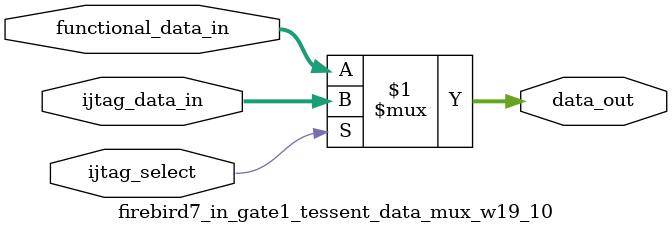
<source format=sv>

module firebird7_in_gate1_tessent_data_mux_w19_10 (
  input wire ijtag_select,
  input wire [18:0]  functional_data_in,
  input wire [18:0]  ijtag_data_in,
  output wire [18:0] data_out
);
assign data_out = (ijtag_select) ? ijtag_data_in : functional_data_in;
endmodule

</source>
